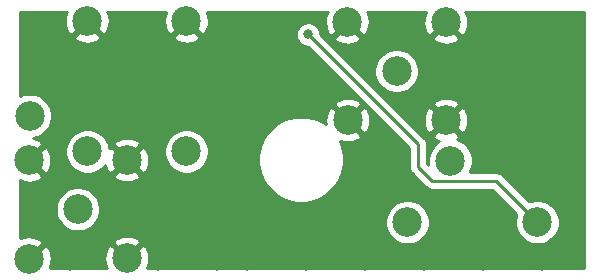
<source format=gbr>
%TF.GenerationSoftware,KiCad,Pcbnew,(5.1.9-13-g2d491f9cbd)-1*%
%TF.CreationDate,2021-02-20T15:51:51+01:00*%
%TF.ProjectId,Ant_Amp,416e745f-416d-4702-9e6b-696361645f70,rev?*%
%TF.SameCoordinates,Original*%
%TF.FileFunction,Copper,L2,Bot*%
%TF.FilePolarity,Positive*%
%FSLAX46Y46*%
G04 Gerber Fmt 4.6, Leading zero omitted, Abs format (unit mm)*
G04 Created by KiCad (PCBNEW (5.1.9-13-g2d491f9cbd)-1) date 2021-02-20 15:51:51*
%MOMM*%
%LPD*%
G01*
G04 APERTURE LIST*
%TA.AperFunction,ComponentPad*%
%ADD10C,2.500000*%
%TD*%
%TA.AperFunction,ViaPad*%
%ADD11C,0.800000*%
%TD*%
%TA.AperFunction,Conductor*%
%ADD12C,0.250000*%
%TD*%
%TA.AperFunction,Conductor*%
%ADD13C,0.254000*%
%TD*%
%TA.AperFunction,Conductor*%
%ADD14C,0.100000*%
%TD*%
G04 APERTURE END LIST*
D10*
%TO.P,L1,3*%
%TO.N,Net-(AE1-Pad1)*%
X95414020Y-110921820D03*
%TO.P,L1,1*%
%TO.N,Net-(CT1-Pad1)*%
X100264020Y-113921820D03*
%TO.P,L1,2*%
%TO.N,GND*%
X100264020Y-102921820D03*
%TD*%
%TO.P,J1,2*%
%TO.N,GND*%
X130629620Y-111274720D03*
X130616920Y-102994320D03*
X122285720Y-103007020D03*
X122323820Y-111274720D03*
%TO.P,J1,1*%
%TO.N,Net-(J1-Pad1)*%
X126464020Y-107121820D03*
%TD*%
%TO.P,AE1,2*%
%TO.N,GND*%
X103616920Y-114656220D03*
X95336520Y-114668920D03*
X95349220Y-123000120D03*
X103616920Y-122962020D03*
%TO.P,AE1,1*%
%TO.N,Net-(AE1-Pad1)*%
X99464020Y-118821820D03*
%TD*%
%TO.P,L2,1*%
%TO.N,GND*%
X108664020Y-102921820D03*
%TO.P,L2,2*%
%TO.N,Net-(CT2-Pad1)*%
X108664020Y-113921820D03*
%TD*%
%TO.P,L3,1*%
%TO.N,Net-(CT3-Pad1)*%
X127364020Y-119921820D03*
%TO.P,L3,2*%
%TO.N,Net-(C4-Pad2)*%
X138364020Y-119921820D03*
%TO.P,L3,3*%
%TO.N,Net-(C3-Pad2)*%
X131014020Y-114721820D03*
%TD*%
D11*
%TO.N,GND*%
X101264020Y-108621820D03*
X106264020Y-108621820D03*
X96264020Y-103621820D03*
X103764020Y-103621820D03*
X96264020Y-108621820D03*
X111264020Y-108621820D03*
X111264020Y-118621820D03*
X111264020Y-123621820D03*
X106264020Y-123621820D03*
X106264020Y-118621820D03*
X103764020Y-118621820D03*
X96264020Y-118621820D03*
X98764020Y-123621820D03*
X108764020Y-106121820D03*
X108764020Y-111121820D03*
X98764020Y-106121820D03*
X98764020Y-111121820D03*
X113764020Y-111121820D03*
X113764020Y-106121820D03*
X113764020Y-118621820D03*
X113764020Y-123621820D03*
X118764020Y-123621820D03*
X123764020Y-123621820D03*
X128764020Y-123621820D03*
X133764020Y-123621820D03*
X138764020Y-123621820D03*
X141264020Y-121121820D03*
X136264020Y-121121820D03*
X131264020Y-121121820D03*
X121264020Y-121121820D03*
X133764020Y-118621820D03*
X126264020Y-116121820D03*
X121264020Y-108621820D03*
X123764020Y-106121820D03*
X126264020Y-103621820D03*
X128764020Y-106121820D03*
X131264020Y-108621820D03*
X133764020Y-108621820D03*
X133764020Y-113621820D03*
X138764020Y-113621820D03*
X141264020Y-113621820D03*
X137664020Y-110721820D03*
X138364020Y-105121820D03*
X121264020Y-118621820D03*
X123764020Y-118621820D03*
X128064020Y-111121820D03*
X129864020Y-117621820D03*
X103764020Y-111121820D03*
%TO.N,Net-(C4-Pad2)*%
X118964020Y-104021820D03*
%TD*%
D12*
%TO.N,Net-(C4-Pad2)*%
X134864020Y-116421820D02*
X138364020Y-119921820D01*
X118964020Y-104021820D02*
X128264020Y-113321820D01*
X128264020Y-115221820D02*
X129464020Y-116421820D01*
X129464020Y-116421820D02*
X134864020Y-116421820D01*
X128264020Y-113321820D02*
X128264020Y-115221820D01*
%TD*%
D13*
%TO.N,GND*%
X142303801Y-123761889D02*
X105322538Y-123765717D01*
X105386353Y-123637894D01*
X105484210Y-123279708D01*
X105510309Y-122909314D01*
X105463645Y-122540945D01*
X105346014Y-122188758D01*
X105220497Y-121953934D01*
X104930525Y-121828020D01*
X103796525Y-122962020D01*
X103810668Y-122976163D01*
X103631063Y-123155768D01*
X103616920Y-123141625D01*
X103602778Y-123155768D01*
X103423173Y-122976163D01*
X103437315Y-122962020D01*
X102303315Y-121828020D01*
X102013343Y-121953934D01*
X101847487Y-122286146D01*
X101749630Y-122644332D01*
X101723531Y-123014726D01*
X101770195Y-123383095D01*
X101887826Y-123735282D01*
X101904283Y-123766071D01*
X97073433Y-123766571D01*
X97118653Y-123675994D01*
X97216510Y-123317808D01*
X97242609Y-122947414D01*
X97195945Y-122579045D01*
X97078314Y-122226858D01*
X96952797Y-121992034D01*
X96662825Y-121866120D01*
X95528825Y-123000120D01*
X95542968Y-123014263D01*
X95363363Y-123193868D01*
X95349220Y-123179725D01*
X95335078Y-123193868D01*
X95155473Y-123014263D01*
X95169615Y-123000120D01*
X95155473Y-122985978D01*
X95335078Y-122806373D01*
X95349220Y-122820515D01*
X96483220Y-121686515D01*
X96466676Y-121648415D01*
X102482920Y-121648415D01*
X103616920Y-122782415D01*
X104750920Y-121648415D01*
X104625006Y-121358443D01*
X104292794Y-121192587D01*
X103934608Y-121094730D01*
X103564214Y-121068631D01*
X103195845Y-121115295D01*
X102843658Y-121232926D01*
X102608834Y-121358443D01*
X102482920Y-121648415D01*
X96466676Y-121648415D01*
X96357306Y-121396543D01*
X96025094Y-121230687D01*
X95666908Y-121132830D01*
X95296514Y-121106731D01*
X94928145Y-121153395D01*
X94575958Y-121271026D01*
X94545099Y-121287521D01*
X94544221Y-118636164D01*
X97579020Y-118636164D01*
X97579020Y-119007476D01*
X97651459Y-119371654D01*
X97793554Y-119714702D01*
X97999845Y-120023438D01*
X98262402Y-120285995D01*
X98571138Y-120492286D01*
X98914186Y-120634381D01*
X99278364Y-120706820D01*
X99649676Y-120706820D01*
X100013854Y-120634381D01*
X100356902Y-120492286D01*
X100665638Y-120285995D01*
X100928195Y-120023438D01*
X101120145Y-119736164D01*
X125479020Y-119736164D01*
X125479020Y-120107476D01*
X125551459Y-120471654D01*
X125693554Y-120814702D01*
X125899845Y-121123438D01*
X126162402Y-121385995D01*
X126471138Y-121592286D01*
X126814186Y-121734381D01*
X127178364Y-121806820D01*
X127549676Y-121806820D01*
X127913854Y-121734381D01*
X128256902Y-121592286D01*
X128565638Y-121385995D01*
X128828195Y-121123438D01*
X129034486Y-120814702D01*
X129176581Y-120471654D01*
X129249020Y-120107476D01*
X129249020Y-119736164D01*
X129176581Y-119371986D01*
X129034486Y-119028938D01*
X128828195Y-118720202D01*
X128565638Y-118457645D01*
X128256902Y-118251354D01*
X127913854Y-118109259D01*
X127549676Y-118036820D01*
X127178364Y-118036820D01*
X126814186Y-118109259D01*
X126471138Y-118251354D01*
X126162402Y-118457645D01*
X125899845Y-118720202D01*
X125693554Y-119028938D01*
X125551459Y-119371986D01*
X125479020Y-119736164D01*
X101120145Y-119736164D01*
X101134486Y-119714702D01*
X101276581Y-119371654D01*
X101349020Y-119007476D01*
X101349020Y-118636164D01*
X101276581Y-118271986D01*
X101134486Y-117928938D01*
X100928195Y-117620202D01*
X100665638Y-117357645D01*
X100356902Y-117151354D01*
X100013854Y-117009259D01*
X99649676Y-116936820D01*
X99278364Y-116936820D01*
X98914186Y-117009259D01*
X98571138Y-117151354D01*
X98262402Y-117357645D01*
X97999845Y-117620202D01*
X97793554Y-117928938D01*
X97651459Y-118271986D01*
X97579020Y-118636164D01*
X94544221Y-118636164D01*
X94543472Y-116379854D01*
X94660646Y-116438353D01*
X95018832Y-116536210D01*
X95389226Y-116562309D01*
X95757595Y-116515645D01*
X96109782Y-116398014D01*
X96344606Y-116272497D01*
X96470520Y-115982525D01*
X96457820Y-115969825D01*
X102482920Y-115969825D01*
X102608834Y-116259797D01*
X102941046Y-116425653D01*
X103299232Y-116523510D01*
X103669626Y-116549609D01*
X104037995Y-116502945D01*
X104390182Y-116385314D01*
X104625006Y-116259797D01*
X104750920Y-115969825D01*
X103616920Y-114835825D01*
X102482920Y-115969825D01*
X96457820Y-115969825D01*
X95336520Y-114848525D01*
X95322378Y-114862668D01*
X95142773Y-114683063D01*
X95156915Y-114668920D01*
X95516125Y-114668920D01*
X96650125Y-115802920D01*
X96940097Y-115677006D01*
X97105953Y-115344794D01*
X97203810Y-114986608D01*
X97229909Y-114616214D01*
X97183245Y-114247845D01*
X97065614Y-113895658D01*
X96980363Y-113736164D01*
X98379020Y-113736164D01*
X98379020Y-114107476D01*
X98451459Y-114471654D01*
X98593554Y-114814702D01*
X98799845Y-115123438D01*
X99062402Y-115385995D01*
X99371138Y-115592286D01*
X99714186Y-115734381D01*
X100078364Y-115806820D01*
X100449676Y-115806820D01*
X100813854Y-115734381D01*
X101156902Y-115592286D01*
X101465638Y-115385995D01*
X101728195Y-115123438D01*
X101768415Y-115063244D01*
X101770195Y-115077295D01*
X101887826Y-115429482D01*
X102013343Y-115664306D01*
X102303315Y-115790220D01*
X103437315Y-114656220D01*
X103796525Y-114656220D01*
X104930525Y-115790220D01*
X105220497Y-115664306D01*
X105386353Y-115332094D01*
X105484210Y-114973908D01*
X105510309Y-114603514D01*
X105463645Y-114235145D01*
X105346014Y-113882958D01*
X105267551Y-113736164D01*
X106779020Y-113736164D01*
X106779020Y-114107476D01*
X106851459Y-114471654D01*
X106993554Y-114814702D01*
X107199845Y-115123438D01*
X107462402Y-115385995D01*
X107771138Y-115592286D01*
X108114186Y-115734381D01*
X108478364Y-115806820D01*
X108849676Y-115806820D01*
X109213854Y-115734381D01*
X109556902Y-115592286D01*
X109865638Y-115385995D01*
X110128195Y-115123438D01*
X110334486Y-114814702D01*
X110476581Y-114471654D01*
X110518098Y-114262929D01*
X114720142Y-114262929D01*
X114720142Y-114980711D01*
X114860174Y-115684700D01*
X115134857Y-116347843D01*
X115533635Y-116944657D01*
X116041183Y-117452205D01*
X116637997Y-117850983D01*
X117301140Y-118125666D01*
X118005129Y-118265698D01*
X118722911Y-118265698D01*
X119426900Y-118125666D01*
X120090043Y-117850983D01*
X120686857Y-117452205D01*
X121194405Y-116944657D01*
X121593183Y-116347843D01*
X121867866Y-115684700D01*
X122007898Y-114980711D01*
X122007898Y-114262929D01*
X121867866Y-113558940D01*
X121655488Y-113046213D01*
X122006132Y-113142010D01*
X122376526Y-113168109D01*
X122744895Y-113121445D01*
X123097082Y-113003814D01*
X123331906Y-112878297D01*
X123457820Y-112588325D01*
X122323820Y-111454325D01*
X122309678Y-111468468D01*
X122130073Y-111288863D01*
X122144215Y-111274720D01*
X122503425Y-111274720D01*
X123637425Y-112408720D01*
X123927397Y-112282806D01*
X124093253Y-111950594D01*
X124191110Y-111592408D01*
X124217209Y-111222014D01*
X124170545Y-110853645D01*
X124052914Y-110501458D01*
X123927397Y-110266634D01*
X123637425Y-110140720D01*
X122503425Y-111274720D01*
X122144215Y-111274720D01*
X121010215Y-110140720D01*
X120720243Y-110266634D01*
X120554387Y-110598846D01*
X120456530Y-110957032D01*
X120430431Y-111327426D01*
X120470934Y-111647160D01*
X120090043Y-111392657D01*
X119426900Y-111117974D01*
X118722911Y-110977942D01*
X118005129Y-110977942D01*
X117301140Y-111117974D01*
X116637997Y-111392657D01*
X116041183Y-111791435D01*
X115533635Y-112298983D01*
X115134857Y-112895797D01*
X114860174Y-113558940D01*
X114720142Y-114262929D01*
X110518098Y-114262929D01*
X110549020Y-114107476D01*
X110549020Y-113736164D01*
X110476581Y-113371986D01*
X110334486Y-113028938D01*
X110128195Y-112720202D01*
X109865638Y-112457645D01*
X109556902Y-112251354D01*
X109213854Y-112109259D01*
X108849676Y-112036820D01*
X108478364Y-112036820D01*
X108114186Y-112109259D01*
X107771138Y-112251354D01*
X107462402Y-112457645D01*
X107199845Y-112720202D01*
X106993554Y-113028938D01*
X106851459Y-113371986D01*
X106779020Y-113736164D01*
X105267551Y-113736164D01*
X105220497Y-113648134D01*
X104930525Y-113522220D01*
X103796525Y-114656220D01*
X103437315Y-114656220D01*
X102303315Y-113522220D01*
X102122115Y-113600902D01*
X102076581Y-113371986D01*
X102064416Y-113342615D01*
X102482920Y-113342615D01*
X103616920Y-114476615D01*
X104750920Y-113342615D01*
X104625006Y-113052643D01*
X104292794Y-112886787D01*
X103934608Y-112788930D01*
X103564214Y-112762831D01*
X103195845Y-112809495D01*
X102843658Y-112927126D01*
X102608834Y-113052643D01*
X102482920Y-113342615D01*
X102064416Y-113342615D01*
X101934486Y-113028938D01*
X101728195Y-112720202D01*
X101465638Y-112457645D01*
X101156902Y-112251354D01*
X100813854Y-112109259D01*
X100449676Y-112036820D01*
X100078364Y-112036820D01*
X99714186Y-112109259D01*
X99371138Y-112251354D01*
X99062402Y-112457645D01*
X98799845Y-112720202D01*
X98593554Y-113028938D01*
X98451459Y-113371986D01*
X98379020Y-113736164D01*
X96980363Y-113736164D01*
X96940097Y-113660834D01*
X96650125Y-113534920D01*
X95516125Y-114668920D01*
X95156915Y-114668920D01*
X95142773Y-114654778D01*
X95322378Y-114475173D01*
X95336520Y-114489315D01*
X96470520Y-113355315D01*
X96344606Y-113065343D01*
X96012394Y-112899487D01*
X95654208Y-112801630D01*
X95633207Y-112800150D01*
X95963854Y-112734381D01*
X96306902Y-112592286D01*
X96615638Y-112385995D01*
X96878195Y-112123438D01*
X97084486Y-111814702D01*
X97226581Y-111471654D01*
X97299020Y-111107476D01*
X97299020Y-110736164D01*
X97226581Y-110371986D01*
X97084486Y-110028938D01*
X97039169Y-109961115D01*
X121189820Y-109961115D01*
X122323820Y-111095115D01*
X123457820Y-109961115D01*
X123331906Y-109671143D01*
X122999694Y-109505287D01*
X122641508Y-109407430D01*
X122271114Y-109381331D01*
X121902745Y-109427995D01*
X121550558Y-109545626D01*
X121315734Y-109671143D01*
X121189820Y-109961115D01*
X97039169Y-109961115D01*
X96878195Y-109720202D01*
X96615638Y-109457645D01*
X96306902Y-109251354D01*
X95963854Y-109109259D01*
X95599676Y-109036820D01*
X95228364Y-109036820D01*
X94864186Y-109109259D01*
X94541106Y-109243083D01*
X94539447Y-104235425D01*
X99130020Y-104235425D01*
X99255934Y-104525397D01*
X99588146Y-104691253D01*
X99946332Y-104789110D01*
X100316726Y-104815209D01*
X100685095Y-104768545D01*
X101037282Y-104650914D01*
X101272106Y-104525397D01*
X101398020Y-104235425D01*
X107530020Y-104235425D01*
X107655934Y-104525397D01*
X107988146Y-104691253D01*
X108346332Y-104789110D01*
X108716726Y-104815209D01*
X109085095Y-104768545D01*
X109437282Y-104650914D01*
X109672106Y-104525397D01*
X109798020Y-104235425D01*
X108664020Y-103101425D01*
X107530020Y-104235425D01*
X101398020Y-104235425D01*
X100264020Y-103101425D01*
X99130020Y-104235425D01*
X94539447Y-104235425D01*
X94538739Y-102102337D01*
X98566595Y-102101712D01*
X98494587Y-102245946D01*
X98396730Y-102604132D01*
X98370631Y-102974526D01*
X98417295Y-103342895D01*
X98534926Y-103695082D01*
X98660443Y-103929906D01*
X98950415Y-104055820D01*
X100084415Y-102921820D01*
X100070273Y-102907678D01*
X100249878Y-102728073D01*
X100264020Y-102742215D01*
X100278163Y-102728073D01*
X100457768Y-102907678D01*
X100443625Y-102921820D01*
X101577625Y-104055820D01*
X101867597Y-103929906D01*
X102033453Y-103597694D01*
X102131310Y-103239508D01*
X102157409Y-102869114D01*
X102110745Y-102500745D01*
X101993114Y-102148558D01*
X101967792Y-102101184D01*
X106967247Y-102100408D01*
X106894587Y-102245946D01*
X106796730Y-102604132D01*
X106770631Y-102974526D01*
X106817295Y-103342895D01*
X106934926Y-103695082D01*
X107060443Y-103929906D01*
X107350415Y-104055820D01*
X108484415Y-102921820D01*
X108470273Y-102907678D01*
X108649878Y-102728073D01*
X108664020Y-102742215D01*
X108678163Y-102728073D01*
X108857768Y-102907678D01*
X108843625Y-102921820D01*
X109977625Y-104055820D01*
X110267597Y-103929906D01*
X110272601Y-103919881D01*
X117929020Y-103919881D01*
X117929020Y-104123759D01*
X117968794Y-104323718D01*
X118046815Y-104512076D01*
X118160083Y-104681594D01*
X118304246Y-104825757D01*
X118473764Y-104939025D01*
X118662122Y-105017046D01*
X118862081Y-105056820D01*
X118924219Y-105056820D01*
X127504020Y-113636622D01*
X127504021Y-115184488D01*
X127500344Y-115221820D01*
X127504021Y-115259153D01*
X127515018Y-115370806D01*
X127528200Y-115414262D01*
X127558474Y-115514066D01*
X127629046Y-115646096D01*
X127700221Y-115732822D01*
X127724020Y-115761821D01*
X127753018Y-115785619D01*
X128900220Y-116932822D01*
X128924019Y-116961821D01*
X129039744Y-117056794D01*
X129171773Y-117127366D01*
X129315034Y-117170823D01*
X129426687Y-117181820D01*
X129426696Y-117181820D01*
X129464019Y-117185496D01*
X129501342Y-117181820D01*
X134549219Y-117181820D01*
X136606501Y-119239103D01*
X136551459Y-119371986D01*
X136479020Y-119736164D01*
X136479020Y-120107476D01*
X136551459Y-120471654D01*
X136693554Y-120814702D01*
X136899845Y-121123438D01*
X137162402Y-121385995D01*
X137471138Y-121592286D01*
X137814186Y-121734381D01*
X138178364Y-121806820D01*
X138549676Y-121806820D01*
X138913854Y-121734381D01*
X139256902Y-121592286D01*
X139565638Y-121385995D01*
X139828195Y-121123438D01*
X140034486Y-120814702D01*
X140176581Y-120471654D01*
X140249020Y-120107476D01*
X140249020Y-119736164D01*
X140176581Y-119371986D01*
X140034486Y-119028938D01*
X139828195Y-118720202D01*
X139565638Y-118457645D01*
X139256902Y-118251354D01*
X138913854Y-118109259D01*
X138549676Y-118036820D01*
X138178364Y-118036820D01*
X137814186Y-118109259D01*
X137681303Y-118164301D01*
X135427824Y-115910823D01*
X135404021Y-115881819D01*
X135288296Y-115786846D01*
X135156267Y-115716274D01*
X135013006Y-115672817D01*
X134901353Y-115661820D01*
X134901342Y-115661820D01*
X134864020Y-115658144D01*
X134826698Y-115661820D01*
X132653003Y-115661820D01*
X132684486Y-115614702D01*
X132826581Y-115271654D01*
X132899020Y-114907476D01*
X132899020Y-114536164D01*
X132826581Y-114171986D01*
X132684486Y-113828938D01*
X132478195Y-113520202D01*
X132215638Y-113257645D01*
X131906902Y-113051354D01*
X131572827Y-112912976D01*
X131637706Y-112878297D01*
X131763620Y-112588325D01*
X130629620Y-111454325D01*
X129495620Y-112588325D01*
X129621534Y-112878297D01*
X129953746Y-113044153D01*
X130080208Y-113078703D01*
X129812402Y-113257645D01*
X129549845Y-113520202D01*
X129343554Y-113828938D01*
X129201459Y-114171986D01*
X129129020Y-114536164D01*
X129129020Y-114907476D01*
X129154978Y-115037977D01*
X129024020Y-114907019D01*
X129024020Y-113359142D01*
X129027696Y-113321819D01*
X129024020Y-113284496D01*
X129024020Y-113284487D01*
X129013023Y-113172834D01*
X128969566Y-113029573D01*
X128921595Y-112939826D01*
X128898994Y-112897543D01*
X128827819Y-112810817D01*
X128804021Y-112781819D01*
X128775024Y-112758022D01*
X127344428Y-111327426D01*
X128736231Y-111327426D01*
X128782895Y-111695795D01*
X128900526Y-112047982D01*
X129026043Y-112282806D01*
X129316015Y-112408720D01*
X130450015Y-111274720D01*
X130809225Y-111274720D01*
X131943225Y-112408720D01*
X132233197Y-112282806D01*
X132399053Y-111950594D01*
X132496910Y-111592408D01*
X132523009Y-111222014D01*
X132476345Y-110853645D01*
X132358714Y-110501458D01*
X132233197Y-110266634D01*
X131943225Y-110140720D01*
X130809225Y-111274720D01*
X130450015Y-111274720D01*
X129316015Y-110140720D01*
X129026043Y-110266634D01*
X128860187Y-110598846D01*
X128762330Y-110957032D01*
X128736231Y-111327426D01*
X127344428Y-111327426D01*
X125978117Y-109961115D01*
X129495620Y-109961115D01*
X130629620Y-111095115D01*
X131763620Y-109961115D01*
X131637706Y-109671143D01*
X131305494Y-109505287D01*
X130947308Y-109407430D01*
X130576914Y-109381331D01*
X130208545Y-109427995D01*
X129856358Y-109545626D01*
X129621534Y-109671143D01*
X129495620Y-109961115D01*
X125978117Y-109961115D01*
X122953166Y-106936164D01*
X124579020Y-106936164D01*
X124579020Y-107307476D01*
X124651459Y-107671654D01*
X124793554Y-108014702D01*
X124999845Y-108323438D01*
X125262402Y-108585995D01*
X125571138Y-108792286D01*
X125914186Y-108934381D01*
X126278364Y-109006820D01*
X126649676Y-109006820D01*
X127013854Y-108934381D01*
X127356902Y-108792286D01*
X127665638Y-108585995D01*
X127928195Y-108323438D01*
X128134486Y-108014702D01*
X128276581Y-107671654D01*
X128349020Y-107307476D01*
X128349020Y-106936164D01*
X128276581Y-106571986D01*
X128134486Y-106228938D01*
X127928195Y-105920202D01*
X127665638Y-105657645D01*
X127356902Y-105451354D01*
X127013854Y-105309259D01*
X126649676Y-105236820D01*
X126278364Y-105236820D01*
X125914186Y-105309259D01*
X125571138Y-105451354D01*
X125262402Y-105657645D01*
X124999845Y-105920202D01*
X124793554Y-106228938D01*
X124651459Y-106571986D01*
X124579020Y-106936164D01*
X122953166Y-106936164D01*
X120337627Y-104320625D01*
X121151720Y-104320625D01*
X121277634Y-104610597D01*
X121609846Y-104776453D01*
X121968032Y-104874310D01*
X122338426Y-104900409D01*
X122706795Y-104853745D01*
X123058982Y-104736114D01*
X123293806Y-104610597D01*
X123419720Y-104320625D01*
X123407020Y-104307925D01*
X129482920Y-104307925D01*
X129608834Y-104597897D01*
X129941046Y-104763753D01*
X130299232Y-104861610D01*
X130669626Y-104887709D01*
X131037995Y-104841045D01*
X131390182Y-104723414D01*
X131625006Y-104597897D01*
X131750920Y-104307925D01*
X130616920Y-103173925D01*
X129482920Y-104307925D01*
X123407020Y-104307925D01*
X122285720Y-103186625D01*
X121151720Y-104320625D01*
X120337627Y-104320625D01*
X119999020Y-103982019D01*
X119999020Y-103919881D01*
X119959246Y-103719922D01*
X119881225Y-103531564D01*
X119767957Y-103362046D01*
X119623794Y-103217883D01*
X119454276Y-103104615D01*
X119265918Y-103026594D01*
X119065959Y-102986820D01*
X118862081Y-102986820D01*
X118662122Y-103026594D01*
X118473764Y-103104615D01*
X118304246Y-103217883D01*
X118160083Y-103362046D01*
X118046815Y-103531564D01*
X117968794Y-103719922D01*
X117929020Y-103919881D01*
X110272601Y-103919881D01*
X110433453Y-103597694D01*
X110531310Y-103239508D01*
X110557409Y-102869114D01*
X110510745Y-102500745D01*
X110393114Y-102148558D01*
X110367095Y-102099880D01*
X120632542Y-102098286D01*
X120516287Y-102331146D01*
X120418430Y-102689332D01*
X120392331Y-103059726D01*
X120438995Y-103428095D01*
X120556626Y-103780282D01*
X120682143Y-104015106D01*
X120972115Y-104141020D01*
X122106115Y-103007020D01*
X122091973Y-102992878D01*
X122271578Y-102813273D01*
X122285720Y-102827415D01*
X122299863Y-102813273D01*
X122479468Y-102992878D01*
X122465325Y-103007020D01*
X123599325Y-104141020D01*
X123889297Y-104015106D01*
X124055153Y-103682894D01*
X124153010Y-103324708D01*
X124179109Y-102954314D01*
X124132445Y-102585945D01*
X124014814Y-102233758D01*
X123942127Y-102097772D01*
X128958047Y-102096993D01*
X128847487Y-102318446D01*
X128749630Y-102676632D01*
X128723531Y-103047026D01*
X128770195Y-103415395D01*
X128887826Y-103767582D01*
X129013343Y-104002406D01*
X129303315Y-104128320D01*
X130437315Y-102994320D01*
X130423173Y-102980178D01*
X130602778Y-102800573D01*
X130616920Y-102814715D01*
X130631063Y-102800573D01*
X130810668Y-102980178D01*
X130796525Y-102994320D01*
X131930525Y-104128320D01*
X132220497Y-104002406D01*
X132386353Y-103670194D01*
X132484210Y-103312008D01*
X132510309Y-102941614D01*
X132463645Y-102573245D01*
X132346014Y-102221058D01*
X132279424Y-102096477D01*
X142296619Y-102094922D01*
X142303801Y-123761889D01*
%TA.AperFunction,Conductor*%
D14*
G36*
X142303801Y-123761889D02*
G01*
X105322538Y-123765717D01*
X105386353Y-123637894D01*
X105484210Y-123279708D01*
X105510309Y-122909314D01*
X105463645Y-122540945D01*
X105346014Y-122188758D01*
X105220497Y-121953934D01*
X104930525Y-121828020D01*
X103796525Y-122962020D01*
X103810668Y-122976163D01*
X103631063Y-123155768D01*
X103616920Y-123141625D01*
X103602778Y-123155768D01*
X103423173Y-122976163D01*
X103437315Y-122962020D01*
X102303315Y-121828020D01*
X102013343Y-121953934D01*
X101847487Y-122286146D01*
X101749630Y-122644332D01*
X101723531Y-123014726D01*
X101770195Y-123383095D01*
X101887826Y-123735282D01*
X101904283Y-123766071D01*
X97073433Y-123766571D01*
X97118653Y-123675994D01*
X97216510Y-123317808D01*
X97242609Y-122947414D01*
X97195945Y-122579045D01*
X97078314Y-122226858D01*
X96952797Y-121992034D01*
X96662825Y-121866120D01*
X95528825Y-123000120D01*
X95542968Y-123014263D01*
X95363363Y-123193868D01*
X95349220Y-123179725D01*
X95335078Y-123193868D01*
X95155473Y-123014263D01*
X95169615Y-123000120D01*
X95155473Y-122985978D01*
X95335078Y-122806373D01*
X95349220Y-122820515D01*
X96483220Y-121686515D01*
X96466676Y-121648415D01*
X102482920Y-121648415D01*
X103616920Y-122782415D01*
X104750920Y-121648415D01*
X104625006Y-121358443D01*
X104292794Y-121192587D01*
X103934608Y-121094730D01*
X103564214Y-121068631D01*
X103195845Y-121115295D01*
X102843658Y-121232926D01*
X102608834Y-121358443D01*
X102482920Y-121648415D01*
X96466676Y-121648415D01*
X96357306Y-121396543D01*
X96025094Y-121230687D01*
X95666908Y-121132830D01*
X95296514Y-121106731D01*
X94928145Y-121153395D01*
X94575958Y-121271026D01*
X94545099Y-121287521D01*
X94544221Y-118636164D01*
X97579020Y-118636164D01*
X97579020Y-119007476D01*
X97651459Y-119371654D01*
X97793554Y-119714702D01*
X97999845Y-120023438D01*
X98262402Y-120285995D01*
X98571138Y-120492286D01*
X98914186Y-120634381D01*
X99278364Y-120706820D01*
X99649676Y-120706820D01*
X100013854Y-120634381D01*
X100356902Y-120492286D01*
X100665638Y-120285995D01*
X100928195Y-120023438D01*
X101120145Y-119736164D01*
X125479020Y-119736164D01*
X125479020Y-120107476D01*
X125551459Y-120471654D01*
X125693554Y-120814702D01*
X125899845Y-121123438D01*
X126162402Y-121385995D01*
X126471138Y-121592286D01*
X126814186Y-121734381D01*
X127178364Y-121806820D01*
X127549676Y-121806820D01*
X127913854Y-121734381D01*
X128256902Y-121592286D01*
X128565638Y-121385995D01*
X128828195Y-121123438D01*
X129034486Y-120814702D01*
X129176581Y-120471654D01*
X129249020Y-120107476D01*
X129249020Y-119736164D01*
X129176581Y-119371986D01*
X129034486Y-119028938D01*
X128828195Y-118720202D01*
X128565638Y-118457645D01*
X128256902Y-118251354D01*
X127913854Y-118109259D01*
X127549676Y-118036820D01*
X127178364Y-118036820D01*
X126814186Y-118109259D01*
X126471138Y-118251354D01*
X126162402Y-118457645D01*
X125899845Y-118720202D01*
X125693554Y-119028938D01*
X125551459Y-119371986D01*
X125479020Y-119736164D01*
X101120145Y-119736164D01*
X101134486Y-119714702D01*
X101276581Y-119371654D01*
X101349020Y-119007476D01*
X101349020Y-118636164D01*
X101276581Y-118271986D01*
X101134486Y-117928938D01*
X100928195Y-117620202D01*
X100665638Y-117357645D01*
X100356902Y-117151354D01*
X100013854Y-117009259D01*
X99649676Y-116936820D01*
X99278364Y-116936820D01*
X98914186Y-117009259D01*
X98571138Y-117151354D01*
X98262402Y-117357645D01*
X97999845Y-117620202D01*
X97793554Y-117928938D01*
X97651459Y-118271986D01*
X97579020Y-118636164D01*
X94544221Y-118636164D01*
X94543472Y-116379854D01*
X94660646Y-116438353D01*
X95018832Y-116536210D01*
X95389226Y-116562309D01*
X95757595Y-116515645D01*
X96109782Y-116398014D01*
X96344606Y-116272497D01*
X96470520Y-115982525D01*
X96457820Y-115969825D01*
X102482920Y-115969825D01*
X102608834Y-116259797D01*
X102941046Y-116425653D01*
X103299232Y-116523510D01*
X103669626Y-116549609D01*
X104037995Y-116502945D01*
X104390182Y-116385314D01*
X104625006Y-116259797D01*
X104750920Y-115969825D01*
X103616920Y-114835825D01*
X102482920Y-115969825D01*
X96457820Y-115969825D01*
X95336520Y-114848525D01*
X95322378Y-114862668D01*
X95142773Y-114683063D01*
X95156915Y-114668920D01*
X95516125Y-114668920D01*
X96650125Y-115802920D01*
X96940097Y-115677006D01*
X97105953Y-115344794D01*
X97203810Y-114986608D01*
X97229909Y-114616214D01*
X97183245Y-114247845D01*
X97065614Y-113895658D01*
X96980363Y-113736164D01*
X98379020Y-113736164D01*
X98379020Y-114107476D01*
X98451459Y-114471654D01*
X98593554Y-114814702D01*
X98799845Y-115123438D01*
X99062402Y-115385995D01*
X99371138Y-115592286D01*
X99714186Y-115734381D01*
X100078364Y-115806820D01*
X100449676Y-115806820D01*
X100813854Y-115734381D01*
X101156902Y-115592286D01*
X101465638Y-115385995D01*
X101728195Y-115123438D01*
X101768415Y-115063244D01*
X101770195Y-115077295D01*
X101887826Y-115429482D01*
X102013343Y-115664306D01*
X102303315Y-115790220D01*
X103437315Y-114656220D01*
X103796525Y-114656220D01*
X104930525Y-115790220D01*
X105220497Y-115664306D01*
X105386353Y-115332094D01*
X105484210Y-114973908D01*
X105510309Y-114603514D01*
X105463645Y-114235145D01*
X105346014Y-113882958D01*
X105267551Y-113736164D01*
X106779020Y-113736164D01*
X106779020Y-114107476D01*
X106851459Y-114471654D01*
X106993554Y-114814702D01*
X107199845Y-115123438D01*
X107462402Y-115385995D01*
X107771138Y-115592286D01*
X108114186Y-115734381D01*
X108478364Y-115806820D01*
X108849676Y-115806820D01*
X109213854Y-115734381D01*
X109556902Y-115592286D01*
X109865638Y-115385995D01*
X110128195Y-115123438D01*
X110334486Y-114814702D01*
X110476581Y-114471654D01*
X110518098Y-114262929D01*
X114720142Y-114262929D01*
X114720142Y-114980711D01*
X114860174Y-115684700D01*
X115134857Y-116347843D01*
X115533635Y-116944657D01*
X116041183Y-117452205D01*
X116637997Y-117850983D01*
X117301140Y-118125666D01*
X118005129Y-118265698D01*
X118722911Y-118265698D01*
X119426900Y-118125666D01*
X120090043Y-117850983D01*
X120686857Y-117452205D01*
X121194405Y-116944657D01*
X121593183Y-116347843D01*
X121867866Y-115684700D01*
X122007898Y-114980711D01*
X122007898Y-114262929D01*
X121867866Y-113558940D01*
X121655488Y-113046213D01*
X122006132Y-113142010D01*
X122376526Y-113168109D01*
X122744895Y-113121445D01*
X123097082Y-113003814D01*
X123331906Y-112878297D01*
X123457820Y-112588325D01*
X122323820Y-111454325D01*
X122309678Y-111468468D01*
X122130073Y-111288863D01*
X122144215Y-111274720D01*
X122503425Y-111274720D01*
X123637425Y-112408720D01*
X123927397Y-112282806D01*
X124093253Y-111950594D01*
X124191110Y-111592408D01*
X124217209Y-111222014D01*
X124170545Y-110853645D01*
X124052914Y-110501458D01*
X123927397Y-110266634D01*
X123637425Y-110140720D01*
X122503425Y-111274720D01*
X122144215Y-111274720D01*
X121010215Y-110140720D01*
X120720243Y-110266634D01*
X120554387Y-110598846D01*
X120456530Y-110957032D01*
X120430431Y-111327426D01*
X120470934Y-111647160D01*
X120090043Y-111392657D01*
X119426900Y-111117974D01*
X118722911Y-110977942D01*
X118005129Y-110977942D01*
X117301140Y-111117974D01*
X116637997Y-111392657D01*
X116041183Y-111791435D01*
X115533635Y-112298983D01*
X115134857Y-112895797D01*
X114860174Y-113558940D01*
X114720142Y-114262929D01*
X110518098Y-114262929D01*
X110549020Y-114107476D01*
X110549020Y-113736164D01*
X110476581Y-113371986D01*
X110334486Y-113028938D01*
X110128195Y-112720202D01*
X109865638Y-112457645D01*
X109556902Y-112251354D01*
X109213854Y-112109259D01*
X108849676Y-112036820D01*
X108478364Y-112036820D01*
X108114186Y-112109259D01*
X107771138Y-112251354D01*
X107462402Y-112457645D01*
X107199845Y-112720202D01*
X106993554Y-113028938D01*
X106851459Y-113371986D01*
X106779020Y-113736164D01*
X105267551Y-113736164D01*
X105220497Y-113648134D01*
X104930525Y-113522220D01*
X103796525Y-114656220D01*
X103437315Y-114656220D01*
X102303315Y-113522220D01*
X102122115Y-113600902D01*
X102076581Y-113371986D01*
X102064416Y-113342615D01*
X102482920Y-113342615D01*
X103616920Y-114476615D01*
X104750920Y-113342615D01*
X104625006Y-113052643D01*
X104292794Y-112886787D01*
X103934608Y-112788930D01*
X103564214Y-112762831D01*
X103195845Y-112809495D01*
X102843658Y-112927126D01*
X102608834Y-113052643D01*
X102482920Y-113342615D01*
X102064416Y-113342615D01*
X101934486Y-113028938D01*
X101728195Y-112720202D01*
X101465638Y-112457645D01*
X101156902Y-112251354D01*
X100813854Y-112109259D01*
X100449676Y-112036820D01*
X100078364Y-112036820D01*
X99714186Y-112109259D01*
X99371138Y-112251354D01*
X99062402Y-112457645D01*
X98799845Y-112720202D01*
X98593554Y-113028938D01*
X98451459Y-113371986D01*
X98379020Y-113736164D01*
X96980363Y-113736164D01*
X96940097Y-113660834D01*
X96650125Y-113534920D01*
X95516125Y-114668920D01*
X95156915Y-114668920D01*
X95142773Y-114654778D01*
X95322378Y-114475173D01*
X95336520Y-114489315D01*
X96470520Y-113355315D01*
X96344606Y-113065343D01*
X96012394Y-112899487D01*
X95654208Y-112801630D01*
X95633207Y-112800150D01*
X95963854Y-112734381D01*
X96306902Y-112592286D01*
X96615638Y-112385995D01*
X96878195Y-112123438D01*
X97084486Y-111814702D01*
X97226581Y-111471654D01*
X97299020Y-111107476D01*
X97299020Y-110736164D01*
X97226581Y-110371986D01*
X97084486Y-110028938D01*
X97039169Y-109961115D01*
X121189820Y-109961115D01*
X122323820Y-111095115D01*
X123457820Y-109961115D01*
X123331906Y-109671143D01*
X122999694Y-109505287D01*
X122641508Y-109407430D01*
X122271114Y-109381331D01*
X121902745Y-109427995D01*
X121550558Y-109545626D01*
X121315734Y-109671143D01*
X121189820Y-109961115D01*
X97039169Y-109961115D01*
X96878195Y-109720202D01*
X96615638Y-109457645D01*
X96306902Y-109251354D01*
X95963854Y-109109259D01*
X95599676Y-109036820D01*
X95228364Y-109036820D01*
X94864186Y-109109259D01*
X94541106Y-109243083D01*
X94539447Y-104235425D01*
X99130020Y-104235425D01*
X99255934Y-104525397D01*
X99588146Y-104691253D01*
X99946332Y-104789110D01*
X100316726Y-104815209D01*
X100685095Y-104768545D01*
X101037282Y-104650914D01*
X101272106Y-104525397D01*
X101398020Y-104235425D01*
X107530020Y-104235425D01*
X107655934Y-104525397D01*
X107988146Y-104691253D01*
X108346332Y-104789110D01*
X108716726Y-104815209D01*
X109085095Y-104768545D01*
X109437282Y-104650914D01*
X109672106Y-104525397D01*
X109798020Y-104235425D01*
X108664020Y-103101425D01*
X107530020Y-104235425D01*
X101398020Y-104235425D01*
X100264020Y-103101425D01*
X99130020Y-104235425D01*
X94539447Y-104235425D01*
X94538739Y-102102337D01*
X98566595Y-102101712D01*
X98494587Y-102245946D01*
X98396730Y-102604132D01*
X98370631Y-102974526D01*
X98417295Y-103342895D01*
X98534926Y-103695082D01*
X98660443Y-103929906D01*
X98950415Y-104055820D01*
X100084415Y-102921820D01*
X100070273Y-102907678D01*
X100249878Y-102728073D01*
X100264020Y-102742215D01*
X100278163Y-102728073D01*
X100457768Y-102907678D01*
X100443625Y-102921820D01*
X101577625Y-104055820D01*
X101867597Y-103929906D01*
X102033453Y-103597694D01*
X102131310Y-103239508D01*
X102157409Y-102869114D01*
X102110745Y-102500745D01*
X101993114Y-102148558D01*
X101967792Y-102101184D01*
X106967247Y-102100408D01*
X106894587Y-102245946D01*
X106796730Y-102604132D01*
X106770631Y-102974526D01*
X106817295Y-103342895D01*
X106934926Y-103695082D01*
X107060443Y-103929906D01*
X107350415Y-104055820D01*
X108484415Y-102921820D01*
X108470273Y-102907678D01*
X108649878Y-102728073D01*
X108664020Y-102742215D01*
X108678163Y-102728073D01*
X108857768Y-102907678D01*
X108843625Y-102921820D01*
X109977625Y-104055820D01*
X110267597Y-103929906D01*
X110272601Y-103919881D01*
X117929020Y-103919881D01*
X117929020Y-104123759D01*
X117968794Y-104323718D01*
X118046815Y-104512076D01*
X118160083Y-104681594D01*
X118304246Y-104825757D01*
X118473764Y-104939025D01*
X118662122Y-105017046D01*
X118862081Y-105056820D01*
X118924219Y-105056820D01*
X127504020Y-113636622D01*
X127504021Y-115184488D01*
X127500344Y-115221820D01*
X127504021Y-115259153D01*
X127515018Y-115370806D01*
X127528200Y-115414262D01*
X127558474Y-115514066D01*
X127629046Y-115646096D01*
X127700221Y-115732822D01*
X127724020Y-115761821D01*
X127753018Y-115785619D01*
X128900220Y-116932822D01*
X128924019Y-116961821D01*
X129039744Y-117056794D01*
X129171773Y-117127366D01*
X129315034Y-117170823D01*
X129426687Y-117181820D01*
X129426696Y-117181820D01*
X129464019Y-117185496D01*
X129501342Y-117181820D01*
X134549219Y-117181820D01*
X136606501Y-119239103D01*
X136551459Y-119371986D01*
X136479020Y-119736164D01*
X136479020Y-120107476D01*
X136551459Y-120471654D01*
X136693554Y-120814702D01*
X136899845Y-121123438D01*
X137162402Y-121385995D01*
X137471138Y-121592286D01*
X137814186Y-121734381D01*
X138178364Y-121806820D01*
X138549676Y-121806820D01*
X138913854Y-121734381D01*
X139256902Y-121592286D01*
X139565638Y-121385995D01*
X139828195Y-121123438D01*
X140034486Y-120814702D01*
X140176581Y-120471654D01*
X140249020Y-120107476D01*
X140249020Y-119736164D01*
X140176581Y-119371986D01*
X140034486Y-119028938D01*
X139828195Y-118720202D01*
X139565638Y-118457645D01*
X139256902Y-118251354D01*
X138913854Y-118109259D01*
X138549676Y-118036820D01*
X138178364Y-118036820D01*
X137814186Y-118109259D01*
X137681303Y-118164301D01*
X135427824Y-115910823D01*
X135404021Y-115881819D01*
X135288296Y-115786846D01*
X135156267Y-115716274D01*
X135013006Y-115672817D01*
X134901353Y-115661820D01*
X134901342Y-115661820D01*
X134864020Y-115658144D01*
X134826698Y-115661820D01*
X132653003Y-115661820D01*
X132684486Y-115614702D01*
X132826581Y-115271654D01*
X132899020Y-114907476D01*
X132899020Y-114536164D01*
X132826581Y-114171986D01*
X132684486Y-113828938D01*
X132478195Y-113520202D01*
X132215638Y-113257645D01*
X131906902Y-113051354D01*
X131572827Y-112912976D01*
X131637706Y-112878297D01*
X131763620Y-112588325D01*
X130629620Y-111454325D01*
X129495620Y-112588325D01*
X129621534Y-112878297D01*
X129953746Y-113044153D01*
X130080208Y-113078703D01*
X129812402Y-113257645D01*
X129549845Y-113520202D01*
X129343554Y-113828938D01*
X129201459Y-114171986D01*
X129129020Y-114536164D01*
X129129020Y-114907476D01*
X129154978Y-115037977D01*
X129024020Y-114907019D01*
X129024020Y-113359142D01*
X129027696Y-113321819D01*
X129024020Y-113284496D01*
X129024020Y-113284487D01*
X129013023Y-113172834D01*
X128969566Y-113029573D01*
X128921595Y-112939826D01*
X128898994Y-112897543D01*
X128827819Y-112810817D01*
X128804021Y-112781819D01*
X128775024Y-112758022D01*
X127344428Y-111327426D01*
X128736231Y-111327426D01*
X128782895Y-111695795D01*
X128900526Y-112047982D01*
X129026043Y-112282806D01*
X129316015Y-112408720D01*
X130450015Y-111274720D01*
X130809225Y-111274720D01*
X131943225Y-112408720D01*
X132233197Y-112282806D01*
X132399053Y-111950594D01*
X132496910Y-111592408D01*
X132523009Y-111222014D01*
X132476345Y-110853645D01*
X132358714Y-110501458D01*
X132233197Y-110266634D01*
X131943225Y-110140720D01*
X130809225Y-111274720D01*
X130450015Y-111274720D01*
X129316015Y-110140720D01*
X129026043Y-110266634D01*
X128860187Y-110598846D01*
X128762330Y-110957032D01*
X128736231Y-111327426D01*
X127344428Y-111327426D01*
X125978117Y-109961115D01*
X129495620Y-109961115D01*
X130629620Y-111095115D01*
X131763620Y-109961115D01*
X131637706Y-109671143D01*
X131305494Y-109505287D01*
X130947308Y-109407430D01*
X130576914Y-109381331D01*
X130208545Y-109427995D01*
X129856358Y-109545626D01*
X129621534Y-109671143D01*
X129495620Y-109961115D01*
X125978117Y-109961115D01*
X122953166Y-106936164D01*
X124579020Y-106936164D01*
X124579020Y-107307476D01*
X124651459Y-107671654D01*
X124793554Y-108014702D01*
X124999845Y-108323438D01*
X125262402Y-108585995D01*
X125571138Y-108792286D01*
X125914186Y-108934381D01*
X126278364Y-109006820D01*
X126649676Y-109006820D01*
X127013854Y-108934381D01*
X127356902Y-108792286D01*
X127665638Y-108585995D01*
X127928195Y-108323438D01*
X128134486Y-108014702D01*
X128276581Y-107671654D01*
X128349020Y-107307476D01*
X128349020Y-106936164D01*
X128276581Y-106571986D01*
X128134486Y-106228938D01*
X127928195Y-105920202D01*
X127665638Y-105657645D01*
X127356902Y-105451354D01*
X127013854Y-105309259D01*
X126649676Y-105236820D01*
X126278364Y-105236820D01*
X125914186Y-105309259D01*
X125571138Y-105451354D01*
X125262402Y-105657645D01*
X124999845Y-105920202D01*
X124793554Y-106228938D01*
X124651459Y-106571986D01*
X124579020Y-106936164D01*
X122953166Y-106936164D01*
X120337627Y-104320625D01*
X121151720Y-104320625D01*
X121277634Y-104610597D01*
X121609846Y-104776453D01*
X121968032Y-104874310D01*
X122338426Y-104900409D01*
X122706795Y-104853745D01*
X123058982Y-104736114D01*
X123293806Y-104610597D01*
X123419720Y-104320625D01*
X123407020Y-104307925D01*
X129482920Y-104307925D01*
X129608834Y-104597897D01*
X129941046Y-104763753D01*
X130299232Y-104861610D01*
X130669626Y-104887709D01*
X131037995Y-104841045D01*
X131390182Y-104723414D01*
X131625006Y-104597897D01*
X131750920Y-104307925D01*
X130616920Y-103173925D01*
X129482920Y-104307925D01*
X123407020Y-104307925D01*
X122285720Y-103186625D01*
X121151720Y-104320625D01*
X120337627Y-104320625D01*
X119999020Y-103982019D01*
X119999020Y-103919881D01*
X119959246Y-103719922D01*
X119881225Y-103531564D01*
X119767957Y-103362046D01*
X119623794Y-103217883D01*
X119454276Y-103104615D01*
X119265918Y-103026594D01*
X119065959Y-102986820D01*
X118862081Y-102986820D01*
X118662122Y-103026594D01*
X118473764Y-103104615D01*
X118304246Y-103217883D01*
X118160083Y-103362046D01*
X118046815Y-103531564D01*
X117968794Y-103719922D01*
X117929020Y-103919881D01*
X110272601Y-103919881D01*
X110433453Y-103597694D01*
X110531310Y-103239508D01*
X110557409Y-102869114D01*
X110510745Y-102500745D01*
X110393114Y-102148558D01*
X110367095Y-102099880D01*
X120632542Y-102098286D01*
X120516287Y-102331146D01*
X120418430Y-102689332D01*
X120392331Y-103059726D01*
X120438995Y-103428095D01*
X120556626Y-103780282D01*
X120682143Y-104015106D01*
X120972115Y-104141020D01*
X122106115Y-103007020D01*
X122091973Y-102992878D01*
X122271578Y-102813273D01*
X122285720Y-102827415D01*
X122299863Y-102813273D01*
X122479468Y-102992878D01*
X122465325Y-103007020D01*
X123599325Y-104141020D01*
X123889297Y-104015106D01*
X124055153Y-103682894D01*
X124153010Y-103324708D01*
X124179109Y-102954314D01*
X124132445Y-102585945D01*
X124014814Y-102233758D01*
X123942127Y-102097772D01*
X128958047Y-102096993D01*
X128847487Y-102318446D01*
X128749630Y-102676632D01*
X128723531Y-103047026D01*
X128770195Y-103415395D01*
X128887826Y-103767582D01*
X129013343Y-104002406D01*
X129303315Y-104128320D01*
X130437315Y-102994320D01*
X130423173Y-102980178D01*
X130602778Y-102800573D01*
X130616920Y-102814715D01*
X130631063Y-102800573D01*
X130810668Y-102980178D01*
X130796525Y-102994320D01*
X131930525Y-104128320D01*
X132220497Y-104002406D01*
X132386353Y-103670194D01*
X132484210Y-103312008D01*
X132510309Y-102941614D01*
X132463645Y-102573245D01*
X132346014Y-102221058D01*
X132279424Y-102096477D01*
X142296619Y-102094922D01*
X142303801Y-123761889D01*
G37*
%TD.AperFunction*%
%TD*%
M02*

</source>
